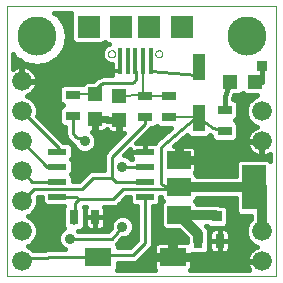
<source format=gtl>
G75*
%MOIN*%
%OFA0B0*%
%FSLAX25Y25*%
%IPPOS*%
%LPD*%
%AMOC8*
5,1,8,0,0,1.08239X$1,22.5*
%
%ADD10C,0.00000*%
%ADD11R,0.04724X0.03150*%
%ADD12R,0.04200X0.08600*%
%ADD13R,0.03150X0.04724*%
%ADD14R,0.04724X0.04724*%
%ADD15C,0.13055*%
%ADD16R,0.09055X0.06299*%
%ADD17R,0.01575X0.09055*%
%ADD18R,0.07480X0.07480*%
%ADD19C,0.06600*%
%ADD20R,0.06100X0.02100*%
%ADD21R,0.07874X0.05906*%
%ADD22R,0.07874X0.14961*%
%ADD23C,0.00800*%
%ADD24C,0.01600*%
%ADD25C,0.03562*%
%ADD26C,0.01200*%
%ADD27C,0.01000*%
%ADD28R,0.03562X0.03562*%
%ADD29C,0.03200*%
%ADD30C,0.02400*%
D10*
X0007800Y0008726D02*
X0007800Y0098727D01*
X0097681Y0098727D01*
X0097681Y0008726D01*
X0007800Y0008726D01*
X0041555Y0082861D02*
X0041557Y0082930D01*
X0041563Y0082998D01*
X0041573Y0083066D01*
X0041587Y0083133D01*
X0041605Y0083200D01*
X0041626Y0083265D01*
X0041652Y0083329D01*
X0041681Y0083391D01*
X0041713Y0083451D01*
X0041749Y0083510D01*
X0041789Y0083566D01*
X0041831Y0083620D01*
X0041877Y0083671D01*
X0041926Y0083720D01*
X0041977Y0083766D01*
X0042031Y0083808D01*
X0042087Y0083848D01*
X0042145Y0083884D01*
X0042206Y0083916D01*
X0042268Y0083945D01*
X0042332Y0083971D01*
X0042397Y0083992D01*
X0042464Y0084010D01*
X0042531Y0084024D01*
X0042599Y0084034D01*
X0042667Y0084040D01*
X0042736Y0084042D01*
X0042805Y0084040D01*
X0042873Y0084034D01*
X0042941Y0084024D01*
X0043008Y0084010D01*
X0043075Y0083992D01*
X0043140Y0083971D01*
X0043204Y0083945D01*
X0043266Y0083916D01*
X0043326Y0083884D01*
X0043385Y0083848D01*
X0043441Y0083808D01*
X0043495Y0083766D01*
X0043546Y0083720D01*
X0043595Y0083671D01*
X0043641Y0083620D01*
X0043683Y0083566D01*
X0043723Y0083510D01*
X0043759Y0083451D01*
X0043791Y0083391D01*
X0043820Y0083329D01*
X0043846Y0083265D01*
X0043867Y0083200D01*
X0043885Y0083133D01*
X0043899Y0083066D01*
X0043909Y0082998D01*
X0043915Y0082930D01*
X0043917Y0082861D01*
X0043915Y0082792D01*
X0043909Y0082724D01*
X0043899Y0082656D01*
X0043885Y0082589D01*
X0043867Y0082522D01*
X0043846Y0082457D01*
X0043820Y0082393D01*
X0043791Y0082331D01*
X0043759Y0082270D01*
X0043723Y0082212D01*
X0043683Y0082156D01*
X0043641Y0082102D01*
X0043595Y0082051D01*
X0043546Y0082002D01*
X0043495Y0081956D01*
X0043441Y0081914D01*
X0043385Y0081874D01*
X0043327Y0081838D01*
X0043266Y0081806D01*
X0043204Y0081777D01*
X0043140Y0081751D01*
X0043075Y0081730D01*
X0043008Y0081712D01*
X0042941Y0081698D01*
X0042873Y0081688D01*
X0042805Y0081682D01*
X0042736Y0081680D01*
X0042667Y0081682D01*
X0042599Y0081688D01*
X0042531Y0081698D01*
X0042464Y0081712D01*
X0042397Y0081730D01*
X0042332Y0081751D01*
X0042268Y0081777D01*
X0042206Y0081806D01*
X0042145Y0081838D01*
X0042087Y0081874D01*
X0042031Y0081914D01*
X0041977Y0081956D01*
X0041926Y0082002D01*
X0041877Y0082051D01*
X0041831Y0082102D01*
X0041789Y0082156D01*
X0041749Y0082212D01*
X0041713Y0082270D01*
X0041681Y0082331D01*
X0041652Y0082393D01*
X0041626Y0082457D01*
X0041605Y0082522D01*
X0041587Y0082589D01*
X0041573Y0082656D01*
X0041563Y0082724D01*
X0041557Y0082792D01*
X0041555Y0082861D01*
X0057303Y0082861D02*
X0057305Y0082930D01*
X0057311Y0082998D01*
X0057321Y0083066D01*
X0057335Y0083133D01*
X0057353Y0083200D01*
X0057374Y0083265D01*
X0057400Y0083329D01*
X0057429Y0083391D01*
X0057461Y0083451D01*
X0057497Y0083510D01*
X0057537Y0083566D01*
X0057579Y0083620D01*
X0057625Y0083671D01*
X0057674Y0083720D01*
X0057725Y0083766D01*
X0057779Y0083808D01*
X0057835Y0083848D01*
X0057893Y0083884D01*
X0057954Y0083916D01*
X0058016Y0083945D01*
X0058080Y0083971D01*
X0058145Y0083992D01*
X0058212Y0084010D01*
X0058279Y0084024D01*
X0058347Y0084034D01*
X0058415Y0084040D01*
X0058484Y0084042D01*
X0058553Y0084040D01*
X0058621Y0084034D01*
X0058689Y0084024D01*
X0058756Y0084010D01*
X0058823Y0083992D01*
X0058888Y0083971D01*
X0058952Y0083945D01*
X0059014Y0083916D01*
X0059074Y0083884D01*
X0059133Y0083848D01*
X0059189Y0083808D01*
X0059243Y0083766D01*
X0059294Y0083720D01*
X0059343Y0083671D01*
X0059389Y0083620D01*
X0059431Y0083566D01*
X0059471Y0083510D01*
X0059507Y0083451D01*
X0059539Y0083391D01*
X0059568Y0083329D01*
X0059594Y0083265D01*
X0059615Y0083200D01*
X0059633Y0083133D01*
X0059647Y0083066D01*
X0059657Y0082998D01*
X0059663Y0082930D01*
X0059665Y0082861D01*
X0059663Y0082792D01*
X0059657Y0082724D01*
X0059647Y0082656D01*
X0059633Y0082589D01*
X0059615Y0082522D01*
X0059594Y0082457D01*
X0059568Y0082393D01*
X0059539Y0082331D01*
X0059507Y0082270D01*
X0059471Y0082212D01*
X0059431Y0082156D01*
X0059389Y0082102D01*
X0059343Y0082051D01*
X0059294Y0082002D01*
X0059243Y0081956D01*
X0059189Y0081914D01*
X0059133Y0081874D01*
X0059075Y0081838D01*
X0059014Y0081806D01*
X0058952Y0081777D01*
X0058888Y0081751D01*
X0058823Y0081730D01*
X0058756Y0081712D01*
X0058689Y0081698D01*
X0058621Y0081688D01*
X0058553Y0081682D01*
X0058484Y0081680D01*
X0058415Y0081682D01*
X0058347Y0081688D01*
X0058279Y0081698D01*
X0058212Y0081712D01*
X0058145Y0081730D01*
X0058080Y0081751D01*
X0058016Y0081777D01*
X0057954Y0081806D01*
X0057893Y0081838D01*
X0057835Y0081874D01*
X0057779Y0081914D01*
X0057725Y0081956D01*
X0057674Y0082002D01*
X0057625Y0082051D01*
X0057579Y0082102D01*
X0057537Y0082156D01*
X0057497Y0082212D01*
X0057461Y0082270D01*
X0057429Y0082331D01*
X0057400Y0082393D01*
X0057374Y0082457D01*
X0057353Y0082522D01*
X0057335Y0082589D01*
X0057321Y0082656D01*
X0057311Y0082724D01*
X0057305Y0082792D01*
X0057303Y0082861D01*
D11*
X0053800Y0068769D03*
X0053800Y0061683D03*
X0061800Y0061683D03*
X0061800Y0068769D03*
X0080430Y0064219D03*
X0080430Y0057133D03*
X0029800Y0062183D03*
X0029800Y0069269D03*
D12*
X0071810Y0061336D03*
X0071810Y0078336D03*
D13*
X0037233Y0028366D03*
X0030147Y0028366D03*
X0071633Y0020490D03*
X0078720Y0020490D03*
D14*
X0045300Y0060692D03*
X0037200Y0061092D03*
X0037200Y0069360D03*
X0045300Y0068960D03*
X0082261Y0073438D03*
X0090528Y0073438D03*
D15*
X0087800Y0088726D03*
X0017800Y0088726D03*
D16*
X0038298Y0015126D03*
X0063102Y0015126D03*
D17*
X0055728Y0080597D03*
X0053169Y0080597D03*
X0050610Y0080597D03*
X0048051Y0080597D03*
X0045492Y0080597D03*
D18*
X0045886Y0091916D03*
X0055334Y0091916D03*
X0066161Y0091916D03*
X0035059Y0091916D03*
D19*
X0012800Y0073726D03*
X0012800Y0063726D03*
X0012800Y0053726D03*
X0012800Y0043726D03*
X0012800Y0033726D03*
X0012800Y0023726D03*
X0012800Y0013726D03*
X0092800Y0013726D03*
X0092800Y0023726D03*
X0092800Y0053726D03*
X0092800Y0063726D03*
D20*
X0053900Y0050226D03*
X0053900Y0045226D03*
X0053900Y0040226D03*
X0053900Y0035226D03*
X0024700Y0035226D03*
X0024700Y0040226D03*
X0024700Y0045226D03*
X0024700Y0050226D03*
D21*
X0065298Y0047381D03*
X0065298Y0038326D03*
X0065298Y0029271D03*
D22*
X0090102Y0038326D03*
D23*
X0071810Y0061336D02*
X0070463Y0061683D01*
X0061800Y0061683D01*
X0061800Y0068769D02*
X0053800Y0068769D01*
X0053309Y0069260D01*
X0045300Y0068960D01*
X0053169Y0069400D02*
X0053800Y0068769D01*
X0053169Y0069400D02*
X0053169Y0080597D01*
X0045492Y0080597D02*
X0045300Y0080597D01*
X0045300Y0077226D01*
X0037200Y0069360D02*
X0029891Y0069360D01*
X0029800Y0069269D01*
D24*
X0026290Y0072666D02*
X0017796Y0072666D01*
X0017774Y0072532D02*
X0017900Y0073325D01*
X0017900Y0073542D01*
X0012984Y0073542D01*
X0012984Y0073910D01*
X0012616Y0073910D01*
X0012616Y0078826D01*
X0012399Y0078826D01*
X0011606Y0078700D01*
X0010842Y0078452D01*
X0010127Y0078088D01*
X0009900Y0077923D01*
X0009900Y0082830D01*
X0010703Y0081629D01*
X0013959Y0079453D01*
X0017800Y0078689D01*
X0021641Y0079453D01*
X0024897Y0081629D01*
X0027073Y0084885D01*
X0027837Y0088726D01*
X0027073Y0092567D01*
X0024897Y0095823D01*
X0023695Y0096627D01*
X0029319Y0096627D01*
X0029219Y0096526D01*
X0029219Y0087306D01*
X0030449Y0086076D01*
X0039669Y0086076D01*
X0040472Y0086879D01*
X0041276Y0086076D01*
X0041924Y0086076D01*
X0040877Y0085643D01*
X0039954Y0084720D01*
X0039455Y0083514D01*
X0039455Y0082208D01*
X0039954Y0081002D01*
X0040877Y0080079D01*
X0042083Y0079580D01*
X0042904Y0079580D01*
X0042904Y0075833D01*
X0042906Y0075826D01*
X0039780Y0075826D01*
X0037403Y0074842D01*
X0036384Y0073822D01*
X0033968Y0073822D01*
X0033061Y0072915D01*
X0033032Y0072944D01*
X0026568Y0072944D01*
X0025338Y0071714D01*
X0025338Y0066825D01*
X0026436Y0065726D01*
X0025338Y0064627D01*
X0025338Y0059738D01*
X0026568Y0058508D01*
X0027200Y0058508D01*
X0027200Y0056212D01*
X0027976Y0054337D01*
X0029411Y0052902D01*
X0030050Y0052638D01*
X0030510Y0051528D01*
X0031602Y0050436D01*
X0033028Y0049845D01*
X0034572Y0049845D01*
X0035998Y0050436D01*
X0037090Y0051528D01*
X0037681Y0052954D01*
X0037681Y0054498D01*
X0037090Y0055924D01*
X0036085Y0056930D01*
X0036819Y0056930D01*
X0036819Y0060711D01*
X0037581Y0060711D01*
X0037581Y0056930D01*
X0039799Y0056930D01*
X0040257Y0057053D01*
X0040667Y0057290D01*
X0041003Y0057625D01*
X0041181Y0057933D01*
X0041260Y0057635D01*
X0041497Y0057225D01*
X0041833Y0056890D01*
X0042243Y0056653D01*
X0042701Y0056530D01*
X0044919Y0056530D01*
X0044919Y0060311D01*
X0045681Y0060311D01*
X0045681Y0056530D01*
X0047027Y0056530D01*
X0041327Y0050830D01*
X0040596Y0050099D01*
X0040200Y0049143D01*
X0040200Y0044226D01*
X0036183Y0044226D01*
X0035227Y0043830D01*
X0031723Y0040326D01*
X0029850Y0040326D01*
X0029850Y0042146D01*
X0029270Y0042726D01*
X0029850Y0043306D01*
X0029850Y0047146D01*
X0029270Y0047726D01*
X0029850Y0048306D01*
X0029850Y0052146D01*
X0028620Y0053376D01*
X0026843Y0053376D01*
X0026747Y0053479D01*
X0026705Y0053498D01*
X0018010Y0062193D01*
X0018200Y0062652D01*
X0018200Y0064800D01*
X0017378Y0066785D01*
X0015859Y0068304D01*
X0014433Y0068894D01*
X0014758Y0069000D01*
X0015473Y0069364D01*
X0016122Y0069836D01*
X0016690Y0070404D01*
X0017162Y0071053D01*
X0017526Y0071768D01*
X0017774Y0072532D01*
X0017170Y0071068D02*
X0025338Y0071068D01*
X0025338Y0069469D02*
X0015618Y0069469D01*
X0016292Y0067871D02*
X0025338Y0067871D01*
X0025890Y0066272D02*
X0017590Y0066272D01*
X0018200Y0064674D02*
X0025384Y0064674D01*
X0025338Y0063075D02*
X0018200Y0063075D01*
X0018726Y0061477D02*
X0025338Y0061477D01*
X0025338Y0059878D02*
X0020325Y0059878D01*
X0021923Y0058280D02*
X0027200Y0058280D01*
X0027200Y0056681D02*
X0023522Y0056681D01*
X0025120Y0055083D02*
X0027668Y0055083D01*
X0027976Y0054337D02*
X0027976Y0054337D01*
X0028829Y0053484D02*
X0026735Y0053484D01*
X0029411Y0052902D02*
X0029411Y0052902D01*
X0029850Y0051886D02*
X0030361Y0051886D01*
X0029850Y0050287D02*
X0031960Y0050287D01*
X0029850Y0048689D02*
X0040200Y0048689D01*
X0040200Y0047090D02*
X0029850Y0047090D01*
X0029850Y0045492D02*
X0040200Y0045492D01*
X0040784Y0050287D02*
X0035640Y0050287D01*
X0037239Y0051886D02*
X0042383Y0051886D01*
X0043981Y0053484D02*
X0037681Y0053484D01*
X0037439Y0055083D02*
X0045580Y0055083D01*
X0045681Y0056681D02*
X0044919Y0056681D01*
X0044919Y0058280D02*
X0045681Y0058280D01*
X0045681Y0059878D02*
X0044919Y0059878D01*
X0044919Y0060311D02*
X0041362Y0060311D01*
X0041362Y0060711D01*
X0037581Y0060711D01*
X0037581Y0061473D01*
X0041138Y0061473D01*
X0041138Y0061073D01*
X0044919Y0061073D01*
X0044919Y0060311D01*
X0042193Y0056681D02*
X0036333Y0056681D01*
X0036819Y0058280D02*
X0037581Y0058280D01*
X0037581Y0059878D02*
X0036819Y0059878D01*
X0046958Y0049107D02*
X0049050Y0051199D01*
X0049050Y0050226D01*
X0053900Y0050226D01*
X0053900Y0050226D01*
X0053900Y0053076D01*
X0057004Y0053076D01*
X0057096Y0053299D01*
X0057169Y0053372D01*
X0057216Y0053465D01*
X0057533Y0053736D01*
X0057827Y0054030D01*
X0057923Y0054070D01*
X0062524Y0058008D01*
X0058568Y0058008D01*
X0057800Y0058776D01*
X0057032Y0058008D01*
X0055859Y0058008D01*
X0050927Y0053076D01*
X0053900Y0053076D01*
X0053900Y0050226D01*
X0053900Y0050226D01*
X0049050Y0050226D01*
X0049050Y0048939D01*
X0049173Y0048481D01*
X0049410Y0048071D01*
X0049542Y0047938D01*
X0049430Y0047826D01*
X0049189Y0047826D01*
X0048498Y0048516D01*
X0047072Y0049107D01*
X0046958Y0049107D01*
X0048082Y0048689D02*
X0049117Y0048689D01*
X0049050Y0050287D02*
X0048138Y0050287D01*
X0051335Y0053484D02*
X0057239Y0053484D01*
X0059107Y0055083D02*
X0052934Y0055083D01*
X0054532Y0056681D02*
X0060974Y0056681D01*
X0058296Y0058280D02*
X0057304Y0058280D01*
X0053900Y0051886D02*
X0053900Y0051886D01*
X0053900Y0050287D02*
X0053900Y0050287D01*
X0063658Y0052134D02*
X0067960Y0055816D01*
X0068840Y0054936D01*
X0074780Y0054936D01*
X0075514Y0055670D01*
X0075534Y0055656D01*
X0075968Y0055566D01*
X0075968Y0054688D01*
X0077198Y0053458D01*
X0083662Y0053458D01*
X0084892Y0054688D01*
X0084892Y0059577D01*
X0083794Y0060676D01*
X0084892Y0061775D01*
X0084892Y0066664D01*
X0083662Y0067894D01*
X0083330Y0067894D01*
X0083330Y0068147D01*
X0083649Y0068975D01*
X0085493Y0068975D01*
X0086394Y0069877D01*
X0087296Y0068975D01*
X0091362Y0068975D01*
X0089741Y0068304D01*
X0088222Y0066785D01*
X0087400Y0064800D01*
X0087400Y0062652D01*
X0088222Y0060667D01*
X0089741Y0059148D01*
X0091167Y0058558D01*
X0090842Y0058452D01*
X0090127Y0058088D01*
X0089478Y0057616D01*
X0088910Y0057048D01*
X0088438Y0056399D01*
X0088074Y0055684D01*
X0087826Y0054920D01*
X0087700Y0054127D01*
X0087700Y0053910D01*
X0092616Y0053910D01*
X0092616Y0053542D01*
X0092984Y0053542D01*
X0092984Y0048626D01*
X0093201Y0048626D01*
X0093994Y0048752D01*
X0094758Y0049000D01*
X0095473Y0049364D01*
X0095581Y0049443D01*
X0095581Y0047233D01*
X0094908Y0047906D01*
X0085295Y0047906D01*
X0084065Y0046676D01*
X0084065Y0042226D01*
X0071258Y0042226D01*
X0070418Y0043066D01*
X0070676Y0043323D01*
X0070913Y0043734D01*
X0071035Y0044191D01*
X0071035Y0046705D01*
X0065975Y0046705D01*
X0065975Y0048057D01*
X0071035Y0048057D01*
X0071035Y0050571D01*
X0070913Y0051029D01*
X0070676Y0051439D01*
X0070341Y0051774D01*
X0069930Y0052011D01*
X0069472Y0052134D01*
X0065975Y0052134D01*
X0065975Y0048058D01*
X0064622Y0048058D01*
X0064622Y0052134D01*
X0063658Y0052134D01*
X0064622Y0051886D02*
X0065975Y0051886D01*
X0065975Y0050287D02*
X0064622Y0050287D01*
X0064622Y0048689D02*
X0065975Y0048689D01*
X0065975Y0047090D02*
X0084479Y0047090D01*
X0084065Y0045492D02*
X0071035Y0045492D01*
X0070956Y0043893D02*
X0084065Y0043893D01*
X0084065Y0042295D02*
X0071189Y0042295D01*
X0071035Y0048689D02*
X0092002Y0048689D01*
X0091606Y0048752D02*
X0092399Y0048626D01*
X0092616Y0048626D01*
X0092616Y0053542D01*
X0087700Y0053542D01*
X0087700Y0053325D01*
X0087826Y0052532D01*
X0088074Y0051768D01*
X0088438Y0051053D01*
X0088910Y0050404D01*
X0089478Y0049836D01*
X0090127Y0049364D01*
X0090842Y0049000D01*
X0091606Y0048752D01*
X0092616Y0048689D02*
X0092984Y0048689D01*
X0093598Y0048689D02*
X0095581Y0048689D01*
X0092984Y0050287D02*
X0092616Y0050287D01*
X0092616Y0051886D02*
X0092984Y0051886D01*
X0092984Y0053484D02*
X0092616Y0053484D01*
X0089026Y0050287D02*
X0071035Y0050287D01*
X0070147Y0051886D02*
X0088035Y0051886D01*
X0087700Y0053484D02*
X0083688Y0053484D01*
X0084892Y0055083D02*
X0087878Y0055083D01*
X0088643Y0056681D02*
X0084892Y0056681D01*
X0084892Y0058280D02*
X0090504Y0058280D01*
X0089011Y0059878D02*
X0084591Y0059878D01*
X0084594Y0061477D02*
X0087887Y0061477D01*
X0087400Y0063075D02*
X0084892Y0063075D01*
X0084892Y0064674D02*
X0087400Y0064674D01*
X0088010Y0066272D02*
X0084892Y0066272D01*
X0083685Y0067871D02*
X0089308Y0067871D01*
X0086802Y0069469D02*
X0085987Y0069469D01*
X0082261Y0073438D02*
X0080430Y0068687D01*
X0080430Y0064219D01*
X0075968Y0055083D02*
X0074927Y0055083D01*
X0077172Y0053484D02*
X0065236Y0053484D01*
X0067103Y0055083D02*
X0068693Y0055083D01*
X0071335Y0034826D02*
X0084065Y0034826D01*
X0084065Y0029976D01*
X0085295Y0028746D01*
X0089100Y0028746D01*
X0089100Y0027663D01*
X0088222Y0026785D01*
X0087400Y0024800D01*
X0087400Y0022652D01*
X0088222Y0020667D01*
X0089741Y0019148D01*
X0091167Y0018558D01*
X0090842Y0018452D01*
X0090127Y0018088D01*
X0089478Y0017616D01*
X0088910Y0017048D01*
X0088438Y0016399D01*
X0088074Y0015684D01*
X0087826Y0014920D01*
X0087700Y0014127D01*
X0087700Y0013910D01*
X0092616Y0013910D01*
X0092616Y0013542D01*
X0087700Y0013542D01*
X0087700Y0013325D01*
X0087826Y0012532D01*
X0088074Y0011768D01*
X0088438Y0011053D01*
X0088603Y0010826D01*
X0069024Y0010826D01*
X0069069Y0010871D01*
X0069306Y0011282D01*
X0069429Y0011739D01*
X0069429Y0014351D01*
X0063876Y0014351D01*
X0063876Y0015901D01*
X0062327Y0015901D01*
X0062327Y0020076D01*
X0058337Y0020076D01*
X0057879Y0019953D01*
X0057469Y0019716D01*
X0057134Y0019381D01*
X0056897Y0018970D01*
X0056774Y0018513D01*
X0056774Y0015901D01*
X0062327Y0015901D01*
X0062327Y0014351D01*
X0056774Y0014351D01*
X0056774Y0011739D01*
X0056897Y0011282D01*
X0057134Y0010871D01*
X0057179Y0010826D01*
X0044645Y0010826D01*
X0044926Y0011107D01*
X0044926Y0013126D01*
X0050317Y0013126D01*
X0051273Y0013522D01*
X0052004Y0014253D01*
X0056104Y0018353D01*
X0056500Y0019309D01*
X0056500Y0032076D01*
X0057820Y0032076D01*
X0059050Y0033306D01*
X0059050Y0035126D01*
X0059261Y0035126D01*
X0059261Y0034503D01*
X0059966Y0033798D01*
X0059261Y0033093D01*
X0059261Y0025448D01*
X0060492Y0024218D01*
X0065119Y0024218D01*
X0067933Y0021404D01*
X0067933Y0020058D01*
X0067866Y0020076D01*
X0063876Y0020076D01*
X0063876Y0015901D01*
X0069429Y0015901D01*
X0069429Y0016027D01*
X0074078Y0016027D01*
X0075308Y0017257D01*
X0075308Y0019693D01*
X0075333Y0019754D01*
X0075333Y0023672D01*
X0074770Y0025032D01*
X0074231Y0025571D01*
X0074423Y0025571D01*
X0075149Y0024845D01*
X0080451Y0024845D01*
X0081681Y0026075D01*
X0081681Y0031377D01*
X0080451Y0032607D01*
X0078869Y0032607D01*
X0077991Y0032971D01*
X0071335Y0032971D01*
X0071335Y0033093D01*
X0070630Y0033798D01*
X0071335Y0034503D01*
X0071335Y0034826D01*
X0071134Y0034302D02*
X0084065Y0034302D01*
X0084065Y0032704D02*
X0078636Y0032704D01*
X0081681Y0031105D02*
X0084065Y0031105D01*
X0084534Y0029507D02*
X0081681Y0029507D01*
X0081681Y0027908D02*
X0089100Y0027908D01*
X0088025Y0026310D02*
X0081681Y0026310D01*
X0080989Y0024529D02*
X0080532Y0024652D01*
X0078720Y0024652D01*
X0078720Y0020490D01*
X0078720Y0020490D01*
X0082095Y0020490D01*
X0082095Y0023089D01*
X0081972Y0023547D01*
X0081735Y0023957D01*
X0081400Y0024292D01*
X0080989Y0024529D01*
X0082088Y0023113D02*
X0087400Y0023113D01*
X0087400Y0024711D02*
X0074903Y0024711D01*
X0075705Y0023957D02*
X0075468Y0023547D01*
X0075345Y0023089D01*
X0075345Y0020490D01*
X0078720Y0020490D01*
X0078720Y0020489D01*
X0078720Y0016327D01*
X0080532Y0016327D01*
X0080989Y0016450D01*
X0081400Y0016687D01*
X0081735Y0017022D01*
X0081972Y0017433D01*
X0082095Y0017890D01*
X0082095Y0020489D01*
X0078720Y0020489D01*
X0078720Y0020489D01*
X0078720Y0016327D01*
X0076908Y0016327D01*
X0076450Y0016450D01*
X0076040Y0016687D01*
X0075705Y0017022D01*
X0075468Y0017433D01*
X0075345Y0017890D01*
X0075345Y0020489D01*
X0078720Y0020489D01*
X0078720Y0020490D01*
X0078720Y0024652D01*
X0076908Y0024652D01*
X0076450Y0024529D01*
X0076040Y0024292D01*
X0075705Y0023957D01*
X0075351Y0023113D02*
X0075333Y0023113D01*
X0075333Y0021514D02*
X0075345Y0021514D01*
X0075333Y0019916D02*
X0075345Y0019916D01*
X0075308Y0018317D02*
X0075345Y0018317D01*
X0074769Y0016719D02*
X0076008Y0016719D01*
X0078720Y0016719D02*
X0078720Y0016719D01*
X0078720Y0018317D02*
X0078720Y0018317D01*
X0078720Y0019916D02*
X0078720Y0019916D01*
X0078720Y0021514D02*
X0078720Y0021514D01*
X0078720Y0023113D02*
X0078720Y0023113D01*
X0082095Y0021514D02*
X0087871Y0021514D01*
X0088974Y0019916D02*
X0082095Y0019916D01*
X0082095Y0018317D02*
X0090577Y0018317D01*
X0088670Y0016719D02*
X0081431Y0016719D01*
X0087891Y0015120D02*
X0063876Y0015120D01*
X0062327Y0015120D02*
X0052871Y0015120D01*
X0054470Y0016719D02*
X0056774Y0016719D01*
X0056774Y0018317D02*
X0056068Y0018317D01*
X0056500Y0019916D02*
X0057815Y0019916D01*
X0056500Y0021514D02*
X0067823Y0021514D01*
X0066224Y0023113D02*
X0056500Y0023113D01*
X0056500Y0024711D02*
X0059999Y0024711D01*
X0059261Y0026310D02*
X0056500Y0026310D01*
X0056500Y0027908D02*
X0059261Y0027908D01*
X0059261Y0029507D02*
X0056500Y0029507D01*
X0056500Y0031105D02*
X0059261Y0031105D01*
X0059261Y0032704D02*
X0058448Y0032704D01*
X0059050Y0034302D02*
X0059463Y0034302D01*
X0051300Y0032076D02*
X0051300Y0020903D01*
X0048723Y0018326D01*
X0044926Y0018326D01*
X0044926Y0019145D01*
X0044664Y0019408D01*
X0044700Y0019449D01*
X0045004Y0019753D01*
X0045038Y0019836D01*
X0046359Y0021345D01*
X0047072Y0021345D01*
X0048498Y0021936D01*
X0049590Y0023028D01*
X0050181Y0024454D01*
X0050181Y0025998D01*
X0049590Y0027424D01*
X0048498Y0028516D01*
X0047072Y0029107D01*
X0045528Y0029107D01*
X0044102Y0028516D01*
X0043010Y0027424D01*
X0042419Y0025998D01*
X0042419Y0024739D01*
X0041620Y0023826D01*
X0031689Y0023826D01*
X0031611Y0023904D01*
X0032591Y0023904D01*
X0033821Y0025134D01*
X0033821Y0031598D01*
X0033594Y0031826D01*
X0034214Y0031826D01*
X0033981Y0031423D01*
X0033859Y0030965D01*
X0033858Y0028366D01*
X0037233Y0028366D01*
X0037233Y0028366D01*
X0033859Y0028366D01*
X0033859Y0025767D01*
X0033981Y0025309D01*
X0034218Y0024899D01*
X0034553Y0024563D01*
X0034964Y0024326D01*
X0035422Y0024204D01*
X0037233Y0024204D01*
X0037233Y0028366D01*
X0037233Y0028366D01*
X0037233Y0024204D01*
X0039045Y0024204D01*
X0039503Y0024326D01*
X0039913Y0024563D01*
X0040248Y0024899D01*
X0040485Y0025309D01*
X0040608Y0025767D01*
X0040608Y0028366D01*
X0040608Y0030965D01*
X0040485Y0031423D01*
X0040253Y0031826D01*
X0043817Y0031826D01*
X0044773Y0032222D01*
X0045504Y0032953D01*
X0047677Y0035126D01*
X0048750Y0035126D01*
X0048750Y0033306D01*
X0049980Y0032076D01*
X0051300Y0032076D01*
X0051300Y0031105D02*
X0040571Y0031105D01*
X0040608Y0029507D02*
X0051300Y0029507D01*
X0051300Y0027908D02*
X0049107Y0027908D01*
X0050052Y0026310D02*
X0051300Y0026310D01*
X0051300Y0024711D02*
X0050181Y0024711D01*
X0049625Y0023113D02*
X0051300Y0023113D01*
X0051300Y0021514D02*
X0047480Y0021514D01*
X0045108Y0019916D02*
X0050313Y0019916D01*
X0051272Y0013522D02*
X0056774Y0013522D01*
X0056774Y0011923D02*
X0044926Y0011923D01*
X0042395Y0024711D02*
X0040061Y0024711D01*
X0040608Y0026310D02*
X0042548Y0026310D01*
X0043493Y0027908D02*
X0040608Y0027908D01*
X0040608Y0028366D02*
X0037233Y0028366D01*
X0040608Y0028366D01*
X0037233Y0028366D02*
X0037233Y0028366D01*
X0037233Y0027908D02*
X0037233Y0027908D01*
X0037233Y0026310D02*
X0037233Y0026310D01*
X0037233Y0024711D02*
X0037233Y0024711D01*
X0034406Y0024711D02*
X0033399Y0024711D01*
X0033821Y0026310D02*
X0033859Y0026310D01*
X0033821Y0027908D02*
X0033859Y0027908D01*
X0033821Y0029507D02*
X0033859Y0029507D01*
X0033821Y0031105D02*
X0033896Y0031105D01*
X0026950Y0032076D02*
X0026472Y0031598D01*
X0026472Y0025134D01*
X0026947Y0024659D01*
X0026602Y0024516D01*
X0025510Y0023424D01*
X0024919Y0021998D01*
X0024919Y0020454D01*
X0025510Y0019028D01*
X0026602Y0017936D01*
X0027108Y0017726D01*
X0021083Y0017726D01*
X0020600Y0017526D01*
X0016637Y0017526D01*
X0015859Y0018304D01*
X0014840Y0018726D01*
X0015859Y0019148D01*
X0017378Y0020667D01*
X0018200Y0022652D01*
X0018200Y0024800D01*
X0017378Y0026785D01*
X0015859Y0028304D01*
X0014840Y0028726D01*
X0015859Y0029148D01*
X0017378Y0030667D01*
X0018200Y0032652D01*
X0018200Y0034800D01*
X0018065Y0035126D01*
X0019550Y0035126D01*
X0019550Y0033306D01*
X0020780Y0032076D01*
X0026950Y0032076D01*
X0026472Y0031105D02*
X0017559Y0031105D01*
X0018200Y0032704D02*
X0020152Y0032704D01*
X0019550Y0034302D02*
X0018200Y0034302D01*
X0016217Y0029507D02*
X0026472Y0029507D01*
X0026472Y0027908D02*
X0016255Y0027908D01*
X0017575Y0026310D02*
X0026472Y0026310D01*
X0026895Y0024711D02*
X0018200Y0024711D01*
X0018200Y0023113D02*
X0025381Y0023113D01*
X0024919Y0021514D02*
X0017729Y0021514D01*
X0016626Y0019916D02*
X0025142Y0019916D01*
X0026220Y0018317D02*
X0015827Y0018317D01*
X0029850Y0040696D02*
X0032093Y0040696D01*
X0033692Y0042295D02*
X0029701Y0042295D01*
X0029850Y0043893D02*
X0035380Y0043893D01*
X0045255Y0032704D02*
X0049352Y0032704D01*
X0048750Y0034302D02*
X0046853Y0034302D01*
X0062327Y0019916D02*
X0063876Y0019916D01*
X0063876Y0018317D02*
X0062327Y0018317D01*
X0062327Y0016719D02*
X0063876Y0016719D01*
X0069429Y0013522D02*
X0087700Y0013522D01*
X0088023Y0011923D02*
X0069429Y0011923D01*
X0090528Y0073438D02*
X0092800Y0073438D01*
X0092800Y0078726D01*
X0042904Y0079060D02*
X0019668Y0079060D01*
X0016690Y0077048D02*
X0017162Y0076399D01*
X0017526Y0075684D01*
X0017774Y0074920D01*
X0017900Y0074127D01*
X0017900Y0073910D01*
X0012984Y0073910D01*
X0012984Y0078826D01*
X0013201Y0078826D01*
X0013994Y0078700D01*
X0014758Y0078452D01*
X0015473Y0078088D01*
X0016122Y0077616D01*
X0016690Y0077048D01*
X0016276Y0077462D02*
X0042904Y0077462D01*
X0042904Y0075863D02*
X0017435Y0075863D01*
X0017878Y0074265D02*
X0036827Y0074265D01*
X0037403Y0074842D02*
X0037403Y0074842D01*
X0040298Y0080659D02*
X0023446Y0080659D01*
X0025317Y0082258D02*
X0039455Y0082258D01*
X0039597Y0083856D02*
X0026385Y0083856D01*
X0027186Y0085455D02*
X0040689Y0085455D01*
X0029472Y0087053D02*
X0027504Y0087053D01*
X0027822Y0088652D02*
X0029219Y0088652D01*
X0029219Y0090250D02*
X0027534Y0090250D01*
X0027216Y0091849D02*
X0029219Y0091849D01*
X0029219Y0093447D02*
X0026485Y0093447D01*
X0025417Y0095046D02*
X0029219Y0095046D01*
X0015932Y0079060D02*
X0009900Y0079060D01*
X0009900Y0080659D02*
X0012154Y0080659D01*
X0010283Y0082258D02*
X0009900Y0082258D01*
X0012616Y0077462D02*
X0012984Y0077462D01*
X0012984Y0075863D02*
X0012616Y0075863D01*
X0012616Y0074265D02*
X0012984Y0074265D01*
D25*
X0033800Y0053726D03*
X0046300Y0045226D03*
X0056700Y0055626D03*
X0041800Y0028726D03*
X0046300Y0025226D03*
X0028800Y0021226D03*
X0021800Y0027726D03*
X0079300Y0013726D03*
D26*
X0045300Y0077226D02*
X0017800Y0073726D01*
X0012800Y0073726D01*
D27*
X0012800Y0063726D02*
X0025200Y0051326D01*
X0024700Y0050226D01*
X0024700Y0045226D02*
X0021300Y0045226D01*
X0012800Y0053726D01*
X0012800Y0043726D02*
X0016300Y0040226D01*
X0024700Y0040226D01*
X0024700Y0035226D02*
X0031000Y0035226D01*
X0031800Y0034426D01*
X0030400Y0033026D01*
X0030400Y0026726D01*
X0030000Y0026326D01*
X0030000Y0028219D01*
X0030147Y0028366D01*
X0031800Y0034426D02*
X0043300Y0034426D01*
X0046600Y0037726D01*
X0060800Y0037726D01*
X0061400Y0038326D01*
X0065298Y0038326D01*
X0065998Y0037326D01*
X0063100Y0037326D01*
X0059300Y0039526D01*
X0059300Y0051826D01*
X0070410Y0061336D01*
X0071810Y0061336D01*
X0076570Y0058096D01*
X0080430Y0057133D01*
X0070800Y0075726D02*
X0071810Y0078336D01*
X0070800Y0075726D02*
X0055800Y0077226D01*
X0055728Y0080597D01*
X0050610Y0080597D02*
X0050610Y0077416D01*
X0050612Y0077391D01*
X0050616Y0077367D01*
X0050624Y0077343D01*
X0050635Y0077321D01*
X0050649Y0077300D01*
X0050666Y0077282D01*
X0050684Y0077265D01*
X0050705Y0077251D01*
X0050727Y0077240D01*
X0050751Y0077232D01*
X0050775Y0077228D01*
X0050800Y0077226D01*
X0050800Y0074726D01*
X0050798Y0074650D01*
X0050792Y0074574D01*
X0050783Y0074499D01*
X0050769Y0074424D01*
X0050752Y0074350D01*
X0050731Y0074277D01*
X0050707Y0074205D01*
X0050678Y0074134D01*
X0050647Y0074065D01*
X0050612Y0073998D01*
X0050573Y0073933D01*
X0050531Y0073869D01*
X0050486Y0073808D01*
X0050438Y0073749D01*
X0050387Y0073693D01*
X0050333Y0073639D01*
X0050277Y0073588D01*
X0050218Y0073540D01*
X0050157Y0073495D01*
X0050093Y0073453D01*
X0050028Y0073414D01*
X0049961Y0073379D01*
X0049892Y0073348D01*
X0049821Y0073319D01*
X0049749Y0073295D01*
X0049676Y0073274D01*
X0049602Y0073257D01*
X0049527Y0073243D01*
X0049452Y0073234D01*
X0049376Y0073228D01*
X0049300Y0073226D01*
X0041066Y0073226D01*
X0040945Y0073224D01*
X0040823Y0073218D01*
X0040702Y0073209D01*
X0040581Y0073196D01*
X0040461Y0073178D01*
X0040342Y0073158D01*
X0040223Y0073133D01*
X0040105Y0073105D01*
X0039987Y0073072D01*
X0039871Y0073037D01*
X0039756Y0072997D01*
X0039643Y0072955D01*
X0039531Y0072908D01*
X0039420Y0072858D01*
X0039311Y0072805D01*
X0039204Y0072748D01*
X0039098Y0072688D01*
X0038994Y0072624D01*
X0038893Y0072557D01*
X0038794Y0072488D01*
X0038697Y0072415D01*
X0038602Y0072339D01*
X0038509Y0072260D01*
X0038420Y0072178D01*
X0038332Y0072094D01*
X0038248Y0072006D01*
X0038166Y0071917D01*
X0038087Y0071824D01*
X0038011Y0071729D01*
X0037938Y0071632D01*
X0037869Y0071533D01*
X0037802Y0071432D01*
X0037738Y0071328D01*
X0037678Y0071222D01*
X0037621Y0071115D01*
X0037568Y0071006D01*
X0037518Y0070895D01*
X0037471Y0070783D01*
X0037429Y0070670D01*
X0037389Y0070555D01*
X0037354Y0070439D01*
X0037321Y0070321D01*
X0037293Y0070203D01*
X0037268Y0070084D01*
X0037248Y0069965D01*
X0037230Y0069845D01*
X0037217Y0069724D01*
X0037208Y0069603D01*
X0037202Y0069481D01*
X0037200Y0069360D01*
X0029800Y0062183D02*
X0029800Y0057226D01*
X0029802Y0057128D01*
X0029808Y0057030D01*
X0029817Y0056932D01*
X0029831Y0056835D01*
X0029848Y0056738D01*
X0029869Y0056642D01*
X0029894Y0056547D01*
X0029922Y0056453D01*
X0029955Y0056361D01*
X0029990Y0056269D01*
X0030030Y0056179D01*
X0030072Y0056091D01*
X0030119Y0056004D01*
X0030168Y0055920D01*
X0030221Y0055837D01*
X0030277Y0055757D01*
X0030337Y0055678D01*
X0030399Y0055602D01*
X0030464Y0055529D01*
X0030532Y0055458D01*
X0030603Y0055390D01*
X0030676Y0055325D01*
X0030752Y0055263D01*
X0030831Y0055203D01*
X0030911Y0055147D01*
X0030994Y0055094D01*
X0031078Y0055045D01*
X0031165Y0054998D01*
X0031253Y0054956D01*
X0031343Y0054916D01*
X0031435Y0054881D01*
X0031527Y0054848D01*
X0031621Y0054820D01*
X0031716Y0054795D01*
X0031812Y0054774D01*
X0031909Y0054757D01*
X0032006Y0054743D01*
X0032104Y0054734D01*
X0032202Y0054728D01*
X0032300Y0054726D01*
X0032800Y0054726D01*
X0032860Y0054724D01*
X0032921Y0054719D01*
X0032980Y0054710D01*
X0033039Y0054697D01*
X0033098Y0054681D01*
X0033155Y0054661D01*
X0033210Y0054638D01*
X0033265Y0054611D01*
X0033317Y0054582D01*
X0033368Y0054549D01*
X0033417Y0054513D01*
X0033463Y0054475D01*
X0033507Y0054433D01*
X0033549Y0054389D01*
X0033587Y0054343D01*
X0033623Y0054294D01*
X0033656Y0054243D01*
X0033685Y0054191D01*
X0033712Y0054136D01*
X0033735Y0054081D01*
X0033755Y0054024D01*
X0033771Y0053965D01*
X0033784Y0053906D01*
X0033793Y0053847D01*
X0033798Y0053786D01*
X0033800Y0053726D01*
X0042800Y0048626D02*
X0042800Y0041626D01*
X0036700Y0041626D01*
X0032800Y0037726D01*
X0016800Y0037726D01*
X0012800Y0033726D01*
X0028800Y0021226D02*
X0042800Y0021226D01*
X0046300Y0025226D01*
X0053900Y0019826D02*
X0049800Y0015726D01*
X0036400Y0015726D01*
X0035800Y0015126D01*
X0021600Y0015126D01*
X0021400Y0014926D01*
X0014000Y0014926D01*
X0012800Y0013726D01*
X0035800Y0015126D02*
X0038298Y0015126D01*
X0053900Y0019826D02*
X0053900Y0035226D01*
X0053800Y0040126D02*
X0053900Y0040226D01*
X0053800Y0040126D02*
X0044300Y0040126D01*
X0042800Y0041626D01*
X0046300Y0045226D02*
X0053900Y0045226D01*
X0042800Y0048626D02*
X0053800Y0059626D01*
X0053800Y0061683D01*
D28*
X0077800Y0028726D03*
X0092800Y0078726D03*
D29*
X0089902Y0038526D02*
X0067000Y0038526D01*
X0065298Y0029271D02*
X0071633Y0022936D01*
X0071633Y0020490D01*
X0077800Y0028726D02*
X0077255Y0029271D01*
X0065298Y0029271D01*
X0092800Y0023726D02*
X0092800Y0038326D01*
D30*
X0090102Y0038326D01*
X0089902Y0038526D01*
X0067000Y0038526D02*
X0065998Y0037524D01*
X0065998Y0037326D01*
M02*

</source>
